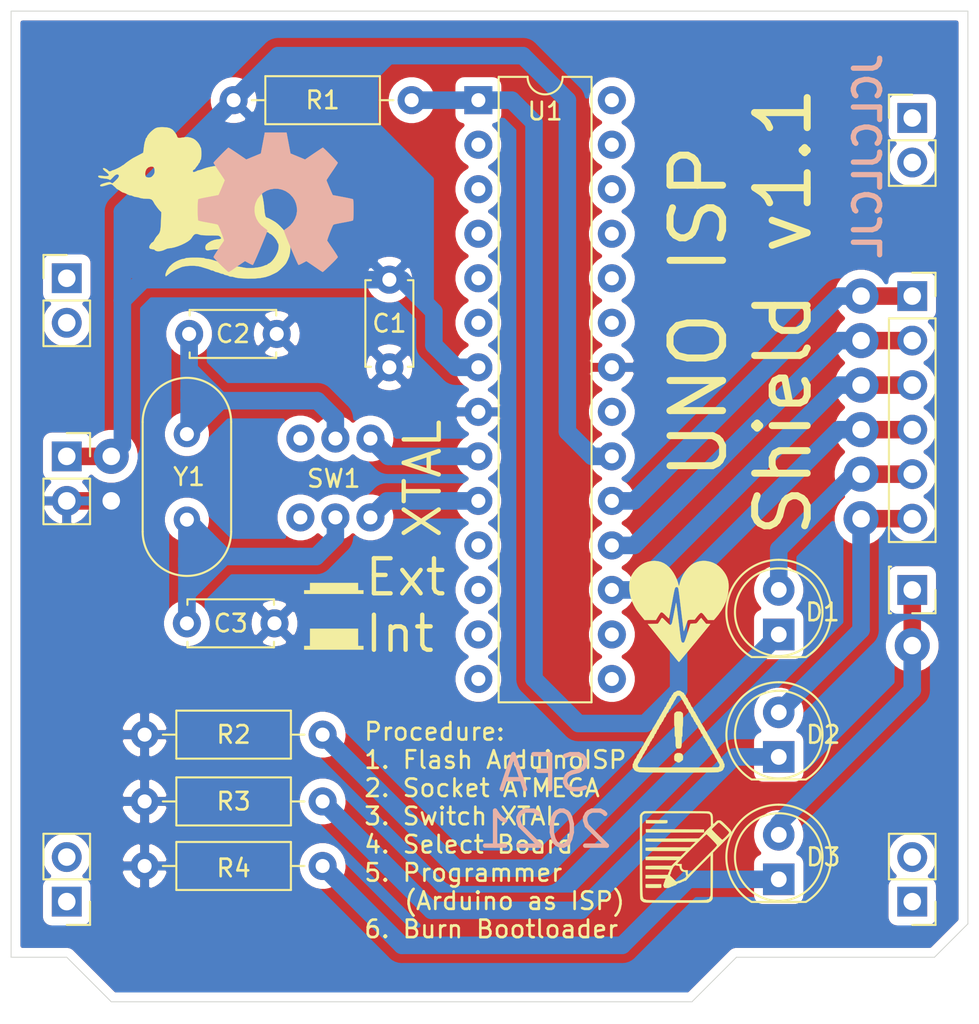
<source format=kicad_pcb>
(kicad_pcb (version 20171130) (host pcbnew 5.1.9)
  (layers (0 F.Cu signal) (31 B.Cu signal) (34 B.Paste user hide) (35 F.Paste user hide) (36 B.SilkS user) (37 F.SilkS user) (38 B.Mask user) (39 F.Mask user) (44 Edge.Cuts user))
  (net 0 "")
  (net 1 GND)
  (net 2 +5V)
  (net 3 "Net-(C3-Pad1)")
  (net 4 "Net-(D1-Pad1)")
  (net 5 "Net-(D2-Pad1)")
  (net 6 "Net-(D3-Pad1)")
  (net 7 "Net-(D3-Pad2)")
  (net 8 "Net-(SW1-Pad1)")
  (net 9 "Net-(SW1-Pad4)")
  (net 10 "Net-(U1-Pad15)")
  (net 11 "Net-(U1-Pad2)")
  (net 12 "Net-(U1-Pad16)")
  (net 13 "Net-(U1-Pad3)")
  (net 14 "Net-(U1-Pad4)")
  (net 15 "Net-(U1-Pad5)")
  (net 16 "Net-(U1-Pad6)")
  (net 17 "Net-(U1-Pad21)")
  (net 18 "Net-(U1-Pad23)")
  (net 19 "Net-(U1-Pad24)")
  (net 20 "Net-(U1-Pad11)")
  (net 21 "Net-(U1-Pad25)")
  (net 22 "Net-(U1-Pad12)")
  (net 23 "Net-(U1-Pad26)")
  (net 24 "Net-(U1-Pad13)")
  (net 25 "Net-(U1-Pad27)")
  (net 26 "Net-(U1-Pad14)")
  (net 27 "Net-(U1-Pad28)")
  (net 28 D9)
  (net 29 D8)
  (net 30 D13)
  (net 31 D12)
  (net 32 D11)
  (net 33 D10)
  (net 34 "Net-(SW1-Pad3)")
  (net 35 "Net-(SW1-Pad6)")
  (net 36 "Net-(C2-Pad1)")
  (module Symbol:OSHW-Symbol_8.9x8mm_SilkScreen (layer B.Cu) (at 28.448 42.672 180)
    (fp_text reference REF** hide)
    (fp_text value OSHW-Symbol_8.9x8mm_SilkScreen hide)
  )
  (module logos:Mouse (layer F.Cu) (at 23.876 41.783)
    (fp_text reference G*** hide)
    (fp_text value LOGO hide)
  )
  (module logos:ButtonIn (layer F.Cu) (at 31.75 64.008)
    (fp_text reference G*** hide)
    (fp_text value LOGO hide)
  )
  (module logos:ButtonOut (layer F.Cu) (at 31.75 67.183)
    (fp_text reference G*** hide)
    (fp_text value LOGO hide)
  )
  (module logos:Alert (layer F.Cu) (at 51.435 72.644)
    (fp_text reference G*** hide)
    (fp_text value LOGO hide)
  )
  (module logos:Write (layer F.Cu) (at 51.689 79.883)
    (fp_text reference G*** hide)
    (fp_text value LOGO hide)
  )
  (module logos:HeartBeat (layer F.Cu) (at 51.435 66.04)
    (fp_text reference G*** hide)
    (fp_text value LOGO hide)
  )
  (module Package_DIP:DIP-28_W7.62mm (layer F.Cu) (at 40.005 36.83)
    (fp_text reference U1 (at 3.81 0.635) (layer F.SilkS))
    (fp_text value ATmega328P-PU)
    (pad 1 thru_hole rect (at 0 0) (size 1.6 1.6) (drill 0.8) (layers *.Cu *.Mask) (net 33 D10))
    (pad 15 thru_hole oval (at 7.62 33.02) (size 1.6 1.6) (drill 0.8) (layers *.Cu *.Mask) (net 10 "Net-(U1-Pad15)"))
    (pad 2 thru_hole oval (at 0 2.54) (size 1.6 1.6) (drill 0.8) (layers *.Cu *.Mask) (net 11 "Net-(U1-Pad2)"))
    (pad 16 thru_hole oval (at 7.62 30.48) (size 1.6 1.6) (drill 0.8) (layers *.Cu *.Mask) (net 12 "Net-(U1-Pad16)"))
    (pad 3 thru_hole oval (at 0 5.08) (size 1.6 1.6) (drill 0.8) (layers *.Cu *.Mask) (net 13 "Net-(U1-Pad3)"))
    (pad 17 thru_hole oval (at 7.62 27.94) (size 1.6 1.6) (drill 0.8) (layers *.Cu *.Mask) (net 32 D11))
    (pad 4 thru_hole oval (at 0 7.62) (size 1.6 1.6) (drill 0.8) (layers *.Cu *.Mask) (net 14 "Net-(U1-Pad4)"))
    (pad 18 thru_hole oval (at 7.62 25.4) (size 1.6 1.6) (drill 0.8) (layers *.Cu *.Mask) (net 31 D12))
    (pad 5 thru_hole oval (at 0 10.16) (size 1.6 1.6) (drill 0.8) (layers *.Cu *.Mask) (net 15 "Net-(U1-Pad5)"))
    (pad 19 thru_hole oval (at 7.62 22.86) (size 1.6 1.6) (drill 0.8) (layers *.Cu *.Mask) (net 30 D13))
    (pad 6 thru_hole oval (at 0 12.7) (size 1.6 1.6) (drill 0.8) (layers *.Cu *.Mask) (net 16 "Net-(U1-Pad6)"))
    (pad 20 thru_hole oval (at 7.62 20.32) (size 1.6 1.6) (drill 0.8) (layers *.Cu *.Mask) (net 2 +5V))
    (pad 7 thru_hole oval (at 0 15.24) (size 1.6 1.6) (drill 0.8) (layers *.Cu *.Mask) (net 2 +5V))
    (pad 21 thru_hole oval (at 7.62 17.78) (size 1.6 1.6) (drill 0.8) (layers *.Cu *.Mask) (net 17 "Net-(U1-Pad21)"))
    (pad 8 thru_hole oval (at 0 17.78) (size 1.6 1.6) (drill 0.8) (layers *.Cu *.Mask) (net 1 GND))
    (pad 22 thru_hole oval (at 7.62 15.24) (size 1.6 1.6) (drill 0.8) (layers *.Cu *.Mask) (net 1 GND))
    (pad 9 thru_hole oval (at 0 20.32) (size 1.6 1.6) (drill 0.8) (layers *.Cu *.Mask) (net 34 "Net-(SW1-Pad3)"))
    (pad 23 thru_hole oval (at 7.62 12.7) (size 1.6 1.6) (drill 0.8) (layers *.Cu *.Mask) (net 18 "Net-(U1-Pad23)"))
    (pad 10 thru_hole oval (at 0 22.86) (size 1.6 1.6) (drill 0.8) (layers *.Cu *.Mask) (net 35 "Net-(SW1-Pad6)"))
    (pad 24 thru_hole oval (at 7.62 10.16) (size 1.6 1.6) (drill 0.8) (layers *.Cu *.Mask) (net 19 "Net-(U1-Pad24)"))
    (pad 11 thru_hole oval (at 0 25.4) (size 1.6 1.6) (drill 0.8) (layers *.Cu *.Mask) (net 20 "Net-(U1-Pad11)"))
    (pad 25 thru_hole oval (at 7.62 7.62) (size 1.6 1.6) (drill 0.8) (layers *.Cu *.Mask) (net 21 "Net-(U1-Pad25)"))
    (pad 12 thru_hole oval (at 0 27.94) (size 1.6 1.6) (drill 0.8) (layers *.Cu *.Mask) (net 22 "Net-(U1-Pad12)"))
    (pad 26 thru_hole oval (at 7.62 5.08) (size 1.6 1.6) (drill 0.8) (layers *.Cu *.Mask) (net 23 "Net-(U1-Pad26)"))
    (pad 13 thru_hole oval (at 0 30.48) (size 1.6 1.6) (drill 0.8) (layers *.Cu *.Mask) (net 24 "Net-(U1-Pad13)"))
    (pad 27 thru_hole oval (at 7.62 2.54) (size 1.6 1.6) (drill 0.8) (layers *.Cu *.Mask) (net 25 "Net-(U1-Pad27)"))
    (pad 14 thru_hole oval (at 0 33.02) (size 1.6 1.6) (drill 0.8) (layers *.Cu *.Mask) (net 26 "Net-(U1-Pad14)"))
    (pad 28 thru_hole oval (at 7.62 0) (size 1.6 1.6) (drill 0.8) (layers *.Cu *.Mask) (net 27 "Net-(U1-Pad28)"))
  )
  (module Connector_PinHeader_2.54mm:PinHeader_1x02_P2.54mm_Vertical (layer F.Cu) (at 16.51 82.55 180)
    (fp_text reference REF** hide)
    (fp_text value PinHeader_1x02_P2.54mm_Vertical)
    (pad 2 thru_hole oval (at 0 2.54 180) (size 1.7 1.7) (drill 1) (layers *.Cu *.Mask))
    (pad 1 thru_hole rect (at 0 0 180) (size 1.7 1.7) (drill 1) (layers *.Cu *.Mask))
  )
  (module Connector_PinHeader_2.54mm:PinHeader_1x02_P2.54mm_Vertical (layer F.Cu) (at 16.51 46.99)
    (fp_text reference REF** hide)
    (fp_text value PinHeader_1x02_P2.54mm_Vertical)
    (pad 2 thru_hole oval (at 0 2.54) (size 1.7 1.7) (drill 1) (layers *.Cu *.Mask))
    (pad 1 thru_hole rect (at 0 0) (size 1.7 1.7) (drill 1) (layers *.Cu *.Mask))
  )
  (module Connector_PinHeader_2.54mm:PinHeader_1x02_P2.54mm_Vertical (layer F.Cu) (at 64.77 37.846)
    (fp_text reference REF** hide)
    (fp_text value PinHeader_1x02_P2.54mm_Vertical)
    (pad 2 thru_hole oval (at 0 2.54) (size 1.7 1.7) (drill 1) (layers *.Cu *.Mask))
    (pad 1 thru_hole rect (at 0 0) (size 1.7 1.7) (drill 1) (layers *.Cu *.Mask))
  )
  (module Connector_PinHeader_2.54mm:PinHeader_1x02_P2.54mm_Vertical (layer F.Cu) (at 64.77 82.55 180)
    (fp_text reference REF** hide)
    (fp_text value PinHeader_1x02_P2.54mm_Vertical)
    (pad 2 thru_hole oval (at 0 2.54 180) (size 1.7 1.7) (drill 1) (layers *.Cu *.Mask))
    (pad 1 thru_hole rect (at 0 0 180) (size 1.7 1.7) (drill 1) (layers *.Cu *.Mask))
  )
  (module Capacitor_THT:C_Disc_D4.7mm_W2.5mm_P5.00mm (layer F.Cu) (at 34.925 52.07 90)
    (fp_text reference C1 (at 2.5 0 180) (layer F.SilkS))
    (fp_text value 104)
    (pad 1 thru_hole circle (at 0 0 90) (size 1.6 1.6) (drill 0.8) (layers *.Cu *.Mask) (net 1 GND))
    (pad 2 thru_hole circle (at 5 0 90) (size 1.6 1.6) (drill 0.8) (layers *.Cu *.Mask) (net 2 +5V))
  )
  (module Capacitor_THT:C_Disc_D4.7mm_W2.5mm_P5.00mm (layer F.Cu) (at 23.495 50.165)
    (fp_text reference C2 (at 2.5 0) (layer F.SilkS))
    (fp_text value 220)
    (pad 1 thru_hole circle (at 0 0) (size 1.6 1.6) (drill 0.8) (layers *.Cu *.Mask) (net 36 "Net-(C2-Pad1)"))
    (pad 2 thru_hole circle (at 5 0) (size 1.6 1.6) (drill 0.8) (layers *.Cu *.Mask) (net 1 GND))
  )
  (module Capacitor_THT:C_Disc_D4.7mm_W2.5mm_P5.00mm (layer F.Cu) (at 23.368 66.675)
    (fp_text reference C3 (at 2.5 0) (layer F.SilkS))
    (fp_text value 220)
    (pad 2 thru_hole circle (at 5 0) (size 1.6 1.6) (drill 0.8) (layers *.Cu *.Mask) (net 1 GND))
    (pad 1 thru_hole circle (at 0 0) (size 1.6 1.6) (drill 0.8) (layers *.Cu *.Mask) (net 3 "Net-(C3-Pad1)"))
  )
  (module LED_THT:LED_D5.0mm (layer F.Cu) (at 57.15 67.31 90)
    (fp_text reference D1 (at 1.27 2.5 180) (layer F.SilkS))
    (fp_text value HRT)
    (pad 1 thru_hole rect (at 0 0 90) (size 1.8 1.8) (drill 0.9) (layers *.Cu *.Mask) (net 4 "Net-(D1-Pad1)"))
    (pad 2 thru_hole circle (at 2.54 0 90) (size 1.8 1.8) (drill 0.9) (layers *.Cu *.Mask) (net 28 D9))
  )
  (module LED_THT:LED_D5.0mm (layer F.Cu) (at 57.15 74.295 90)
    (fp_text reference D2 (at 1.27 2.54 180) (layer F.SilkS))
    (fp_text value ERR)
    (pad 2 thru_hole circle (at 2.54 0 90) (size 1.8 1.8) (drill 0.9) (layers *.Cu *.Mask) (net 29 D8))
    (pad 1 thru_hole rect (at 0 0 90) (size 1.8 1.8) (drill 0.9) (layers *.Cu *.Mask) (net 5 "Net-(D2-Pad1)"))
  )
  (module LED_THT:LED_D5.0mm (layer F.Cu) (at 57.15 81.28 90)
    (fp_text reference D3 (at 1.27 2.54 180) (layer F.SilkS))
    (fp_text value PRG)
    (pad 1 thru_hole rect (at 0 0 90) (size 1.8 1.8) (drill 0.9) (layers *.Cu *.Mask) (net 6 "Net-(D3-Pad1)"))
    (pad 2 thru_hole circle (at 2.54 0 90) (size 1.8 1.8) (drill 0.9) (layers *.Cu *.Mask) (net 7 "Net-(D3-Pad2)"))
  )
  (module Connector_PinSocket_2.54mm:PinSocket_1x01_P2.54mm_Vertical (layer F.Cu) (at 64.77 64.77 270)
    (fp_text reference J7 hide)
    (fp_text value D7)
    (pad 1 thru_hole rect (at 0 0 270) (size 1.7 1.7) (drill 1) (layers *.Cu *.Mask) (net 7 "Net-(D3-Pad2)"))
  )
  (module Resistor_THT:R_Axial_DIN0207_L6.3mm_D2.5mm_P10.16mm_Horizontal (layer F.Cu) (at 26.035 36.83)
    (fp_text reference R1 (at 5.08 0) (layer F.SilkS))
    (fp_text value 103)
    (pad 1 thru_hole circle (at 0 0) (size 1.6 1.6) (drill 0.8) (layers *.Cu *.Mask) (net 2 +5V))
    (pad 2 thru_hole oval (at 10.16 0) (size 1.6 1.6) (drill 0.8) (layers *.Cu *.Mask) (net 33 D10))
  )
  (module Resistor_THT:R_Axial_DIN0207_L6.3mm_D2.5mm_P10.16mm_Horizontal (layer F.Cu) (at 31.115 73.025 180)
    (fp_text reference R2 (at 5.08 0) (layer F.SilkS))
    (fp_text value 331)
    (pad 2 thru_hole oval (at 10.16 0 180) (size 1.6 1.6) (drill 0.8) (layers *.Cu *.Mask) (net 1 GND))
    (pad 1 thru_hole circle (at 0 0 180) (size 1.6 1.6) (drill 0.8) (layers *.Cu *.Mask) (net 4 "Net-(D1-Pad1)"))
  )
  (module Resistor_THT:R_Axial_DIN0207_L6.3mm_D2.5mm_P10.16mm_Horizontal (layer F.Cu) (at 31.115 76.835 180)
    (fp_text reference R3 (at 5.08 0) (layer F.SilkS))
    (fp_text value 331)
    (pad 1 thru_hole circle (at 0 0 180) (size 1.6 1.6) (drill 0.8) (layers *.Cu *.Mask) (net 5 "Net-(D2-Pad1)"))
    (pad 2 thru_hole oval (at 10.16 0 180) (size 1.6 1.6) (drill 0.8) (layers *.Cu *.Mask) (net 1 GND))
  )
  (module Resistor_THT:R_Axial_DIN0207_L6.3mm_D2.5mm_P10.16mm_Horizontal (layer F.Cu) (at 31.115 80.518 180)
    (fp_text reference R4 (at 5.08 -0.127) (layer F.SilkS))
    (fp_text value 331)
    (pad 2 thru_hole oval (at 10.16 0 180) (size 1.6 1.6) (drill 0.8) (layers *.Cu *.Mask) (net 1 GND))
    (pad 1 thru_hole circle (at 0 0 180) (size 1.6 1.6) (drill 0.8) (layers *.Cu *.Mask) (net 6 "Net-(D3-Pad1)"))
  )
  (module ArduinoISPHat:SW_KFC6X6-A (layer F.Cu) (at 29.845 56.134 270)
    (fp_text reference SW1 (at 2.286 -1.905 180) (layer F.SilkS))
    (fp_text value SW_DPDT_x2)
    (pad 1 thru_hole circle (at 0 0 270) (size 1.6 1.6) (drill 0.8) (layers *.Cu *.Mask) (net 8 "Net-(SW1-Pad1)"))
    (pad 2 thru_hole circle (at 0 -2 270) (size 1.6 1.6) (drill 0.8) (layers *.Cu *.Mask) (net 36 "Net-(C2-Pad1)"))
    (pad 3 thru_hole circle (at 0 -4 270) (size 1.6 1.6) (drill 0.8) (layers *.Cu *.Mask) (net 34 "Net-(SW1-Pad3)"))
    (pad 4 thru_hole circle (at 4.5 0 270) (size 1.6 1.6) (drill 0.8) (layers *.Cu *.Mask) (net 9 "Net-(SW1-Pad4)"))
    (pad 5 thru_hole circle (at 4.5 -2 270) (size 1.6 1.6) (drill 0.8) (layers *.Cu *.Mask) (net 3 "Net-(C3-Pad1)"))
    (pad 6 thru_hole circle (at 4.5 -4 270) (size 1.6 1.6) (drill 0.8) (layers *.Cu *.Mask) (net 35 "Net-(SW1-Pad6)"))
  )
  (module Crystal:Crystal_HC49-U_Vertical (layer F.Cu) (at 23.368 55.88 270)
    (fp_text reference Y1 (at 2.44 -0.127 180) (layer F.SilkS))
    (fp_text value Crystal)
    (pad 1 thru_hole circle (at 0 0 270) (size 1.5 1.5) (drill 0.8) (layers *.Cu *.Mask) (net 36 "Net-(C2-Pad1)"))
    (pad 2 thru_hole circle (at 4.88 0 270) (size 1.5 1.5) (drill 0.8) (layers *.Cu *.Mask) (net 3 "Net-(C3-Pad1)"))
  )
  (module Connector_PinSocket_2.54mm:PinSocket_1x02_P2.54mm_Vertical (layer F.Cu) (at 16.51 57.15)
    (fp_text reference J1 hide)
    (fp_text value Conn_01x02)
    (pad 1 thru_hole rect (at 0 0) (size 1.7 1.7) (drill 1) (layers *.Cu *.Mask) (net 2 +5V))
    (pad 2 thru_hole oval (at 0 2.54) (size 1.7 1.7) (drill 1) (layers *.Cu *.Mask) (net 1 GND))
  )
  (module Connector_PinSocket_2.54mm:PinSocket_1x06_P2.54mm_Vertical (layer F.Cu) (at 64.77 48.006)
    (fp_text reference J2 hide)
    (fp_text value Conn_01x06)
    (pad 1 thru_hole rect (at 0 0) (size 1.7 1.7) (drill 1) (layers *.Cu *.Mask) (net 30 D13))
    (pad 2 thru_hole oval (at 0 2.54) (size 1.7 1.7) (drill 1) (layers *.Cu *.Mask) (net 31 D12))
    (pad 3 thru_hole oval (at 0 5.08) (size 1.7 1.7) (drill 1) (layers *.Cu *.Mask) (net 32 D11))
    (pad 4 thru_hole oval (at 0 7.62) (size 1.7 1.7) (drill 1) (layers *.Cu *.Mask) (net 33 D10))
    (pad 5 thru_hole oval (at 0 10.16) (size 1.7 1.7) (drill 1) (layers *.Cu *.Mask) (net 28 D9))
    (pad 6 thru_hole oval (at 0 12.7) (size 1.7 1.7) (drill 1) (layers *.Cu *.Mask) (net 29 D8))
  )
  (gr_text "SFA\n2021" (at 43.815 76.835) (layer B.SilkS) (effects (font (size 2 2) (thickness 0.25)) (justify mirror)))
  (gr_text "Procedure:\n1. Flash ArduinoISP\n2. Socket ATMEGA\n3. Switch XTAL\n4. Select Board\n5. Programmer\n   (Arduino as ISP)\n6. Burn Bootloader" (at 33.401 78.486) (layer F.SilkS) (effects (font (size 1 1)) (justify left)))
  (gr_text "UNO ISP\nShield v1.1" (at 54.991 48.895 90) (layer F.SilkS) (effects (font (size 3 3) (thickness 0.4))))
  (gr_text XTAL (at 36.83 58.42 90) (layer F.SilkS) (effects (font (size 2 2) (thickness 0.25))))
  (gr_text "Ext\nInt" (at 33.401 65.659) (layer F.SilkS) (effects (font (size 2 2) (thickness 0.25)) (justify left)))
  (gr_text JCLCJLCJL (at 62.23 40.005 90) (layer B.SilkS) (effects (font (size 1.5 1.5) (thickness 0.3)) (justify mirror)))
  (gr_line (start 67.945 31.75) (end 67.945 83.82) (layer Edge.Cuts) (width 0.05))
  (gr_line (start 16.51 85.725) (end 13.335 85.725) (layer Edge.Cuts) (width 0.05))
  (gr_line (start 66.04 85.725) (end 67.945 83.82) (layer Edge.Cuts) (width 0.05))
  (gr_line (start 54.737 85.725) (end 66.04 85.725) (layer Edge.Cuts) (width 0.05))
  (gr_line (start 13.335 31.75) (end 67.945 31.75) (layer Edge.Cuts) (width 0.05))
  (gr_line (start 13.335 85.725) (end 13.335 31.75) (layer Edge.Cuts) (width 0.05))
  (gr_line (start 19.05 88.265) (end 16.51 85.725) (layer Edge.Cuts) (width 0.05))
  (gr_line (start 52.197 88.265) (end 19.05 88.265) (layer Edge.Cuts) (width 0.05))
  (gr_line (start 54.737 85.725) (end 52.197 88.265) (layer Edge.Cuts) (width 0.05))
  (segment (start 16.51 59.69) (end 19.05 59.69) (width 1) (layer F.Cu) (net 1))
  (segment (start 19.05 59.69) (end 19.05 59.69) (width 1) (layer F.Cu) (net 1))
  (segment (start 19.05 59.69) (end 19.05 59.69) (width 1) (layer F.Cu) (net 1))
  (via (at 19.05 59.69) (size 2) (drill 1) (layers F.Cu B.Cu) (net 1))
  (segment (start 28.575 34.29) (end 26.035 36.83) (width 1) (layer B.Cu) (net 2))
  (segment (start 45.085 36.83) (end 42.545 34.29) (width 1) (layer B.Cu) (net 2))
  (segment (start 45.085 55.74137) (end 45.085 36.83) (width 1) (layer B.Cu) (net 2))
  (segment (start 46.49363 57.15) (end 45.085 55.74137) (width 1) (layer B.Cu) (net 2))
  (segment (start 42.545 34.29) (end 28.575 34.29) (width 1) (layer B.Cu) (net 2))
  (segment (start 47.625 57.15) (end 46.49363 57.15) (width 1) (layer B.Cu) (net 2))
  (segment (start 20.32 42.545) (end 26.035 36.83) (width 1) (layer B.Cu) (net 2))
  (segment (start 19.685 43.18) (end 20.32 42.545) (width 1) (layer B.Cu) (net 2))
  (segment (start 34.925 47.07) (end 20.875 47.07) (width 1) (layer B.Cu) (net 2))
  (segment (start 19.685 48.26) (end 19.685 43.18) (width 1) (layer B.Cu) (net 2))
  (segment (start 20.875 47.07) (end 19.685 48.26) (width 1) (layer B.Cu) (net 2))
  (segment (start 40.005 52.07) (end 38.735 52.07) (width 1) (layer B.Cu) (net 2))
  (segment (start 34.925 47.07) (end 35.64 47.07) (width 1) (layer B.Cu) (net 2))
  (segment (start 37.465 48.895) (end 37.465 50.8) (width 1) (layer B.Cu) (net 2))
  (segment (start 35.64 47.07) (end 37.465 48.895) (width 1) (layer B.Cu) (net 2))
  (segment (start 38.735 52.07) (end 37.465 50.8) (width 1) (layer B.Cu) (net 2))
  (segment (start 16.51 57.15) (end 19.05 57.15) (width 1) (layer F.Cu) (net 2))
  (segment (start 19.05 57.15) (end 19.05 57.15) (width 1) (layer F.Cu) (net 2))
  (segment (start 19.685 56.515) (end 19.05 57.15) (width 1) (layer B.Cu) (net 2))
  (segment (start 19.685 48.26) (end 19.685 56.515) (width 1) (layer B.Cu) (net 2))
  (segment (start 19.05 57.15) (end 19.05 57.15) (width 1) (layer B.Cu) (net 2))
  (via (at 19.05 57.15) (size 2) (drill 1) (layers F.Cu B.Cu) (net 2))
  (segment (start 29.845 62.865) (end 25.473 62.865) (width 1) (layer B.Cu) (net 3))
  (segment (start 31.845 61.76537) (end 30.74537 62.865) (width 1) (layer B.Cu) (net 3))
  (segment (start 30.74537 62.865) (end 29.845 62.865) (width 1) (layer B.Cu) (net 3))
  (segment (start 31.845 60.634) (end 31.845 61.76537) (width 1) (layer B.Cu) (net 3))
  (segment (start 23.368 64.97) (end 25.473 62.865) (width 1) (layer B.Cu) (net 3))
  (segment (start 23.368 66.675) (end 23.368 64.97) (width 1) (layer B.Cu) (net 3))
  (segment (start 23.622 64.008) (end 25.119 62.511) (width 1) (layer B.Cu) (net 3))
  (segment (start 23.368 64.008) (end 23.622 64.008) (width 1) (layer B.Cu) (net 3))
  (segment (start 25.473 62.865) (end 25.119 62.511) (width 1) (layer B.Cu) (net 3))
  (segment (start 23.368 66.675) (end 23.368 64.008) (width 1) (layer B.Cu) (net 3))
  (segment (start 23.368 62.992) (end 24.484 61.876) (width 1) (layer B.Cu) (net 3))
  (segment (start 23.368 63.373) (end 23.368 62.992) (width 1) (layer B.Cu) (net 3))
  (segment (start 24.484 61.876) (end 23.368 60.76) (width 1) (layer B.Cu) (net 3))
  (segment (start 25.119 62.511) (end 24.484 61.876) (width 1) (layer B.Cu) (net 3))
  (segment (start 23.368 64.008) (end 23.368 63.373) (width 1) (layer B.Cu) (net 3))
  (segment (start 23.368 63.373) (end 23.368 60.76) (width 1) (layer B.Cu) (net 3))
  (segment (start 38.735 80.645) (end 31.115 73.025) (width 1) (layer B.Cu) (net 4))
  (segment (start 43.815 80.645) (end 38.735 80.645) (width 1) (layer B.Cu) (net 4))
  (segment (start 57.15 67.31) (end 43.815 80.645) (width 1) (layer B.Cu) (net 4))
  (segment (start 37.325001 83.045001) (end 45.859999 83.045001) (width 1) (layer B.Cu) (net 5))
  (segment (start 31.115 76.835) (end 37.325001 83.045001) (width 1) (layer B.Cu) (net 5))
  (segment (start 54.61 74.295) (end 47.3075 81.5975) (width 1) (layer B.Cu) (net 5))
  (segment (start 47.3075 81.5975) (end 48.26 80.645) (width 1) (layer B.Cu) (net 5))
  (segment (start 57.15 74.295) (end 54.61 74.295) (width 1) (layer B.Cu) (net 5))
  (segment (start 45.859999 83.045001) (end 47.3075 81.5975) (width 1) (layer B.Cu) (net 5))
  (segment (start 31.115 80.518) (end 35.642011 85.045011) (width 1) (layer B.Cu) (net 6))
  (segment (start 51.980022 81.28) (end 48.215011 85.045011) (width 1) (layer B.Cu) (net 6))
  (segment (start 57.15 81.28) (end 51.980022 81.28) (width 1) (layer B.Cu) (net 6))
  (segment (start 35.642011 85.045011) (end 48.215011 85.045011) (width 1) (layer B.Cu) (net 6))
  (segment (start 64.77 70.485) (end 57.15 78.105) (width 1) (layer B.Cu) (net 7))
  (segment (start 64.77 67.945) (end 64.77 67.945) (width 1) (layer B.Cu) (net 7))
  (segment (start 64.77 64.77) (end 64.77 67.945) (width 1) (layer F.Cu) (net 7))
  (segment (start 64.77 67.945) (end 64.77 70.485) (width 1) (layer B.Cu) (net 7))
  (via (at 64.77 67.945) (size 2) (drill 1) (layers F.Cu B.Cu) (net 7))
  (segment (start 64.77 58.166) (end 61.849 58.166) (width 1) (layer F.Cu) (net 28))
  (segment (start 61.849 58.166) (end 61.849 58.166) (width 1) (layer F.Cu) (net 28))
  (segment (start 61.849 58.166) (end 61.849 58.166) (width 1) (layer B.Cu) (net 28))
  (via (at 61.849 58.166) (size 2) (drill 1) (layers F.Cu B.Cu) (net 28))
  (segment (start 61.428998 58.166) (end 61.849 58.166) (width 1) (layer B.Cu) (net 28))
  (segment (start 57.15 62.444998) (end 61.428998 58.166) (width 1) (layer B.Cu) (net 28))
  (segment (start 57.15 64.77) (end 57.15 62.444998) (width 1) (layer B.Cu) (net 28))
  (segment (start 64.77 60.706) (end 61.849 60.706) (width 1) (layer F.Cu) (net 29))
  (segment (start 61.849 60.706) (end 61.849 60.706) (width 1) (layer F.Cu) (net 29))
  (segment (start 61.849 60.706) (end 61.849 60.706) (width 1) (layer B.Cu) (net 29))
  (via (at 61.849 60.706) (size 2) (drill 1) (layers F.Cu B.Cu) (net 29))
  (segment (start 61.849 67.056) (end 61.849 60.706) (width 1) (layer B.Cu) (net 29))
  (segment (start 57.15 71.755) (end 61.849 67.056) (width 1) (layer B.Cu) (net 29))
  (segment (start 64.77 48.006) (end 61.849 48.006) (width 1) (layer F.Cu) (net 30))
  (segment (start 61.849 48.006) (end 61.849 48.006) (width 1) (layer F.Cu) (net 30))
  (segment (start 47.625 59.69) (end 48.895 59.69) (width 1) (layer B.Cu) (net 30))
  (segment (start 60.579 48.006) (end 61.849 48.006) (width 1) (layer B.Cu) (net 30))
  (segment (start 48.895 59.69) (end 60.579 48.006) (width 1) (layer B.Cu) (net 30))
  (segment (start 61.849 48.006) (end 61.849 48.006) (width 1) (layer B.Cu) (net 30))
  (via (at 61.849 48.006) (size 2) (drill 1) (layers F.Cu B.Cu) (net 30))
  (segment (start 64.77 50.546) (end 61.849 50.546) (width 1) (layer F.Cu) (net 31))
  (segment (start 61.849 50.546) (end 61.849 50.546) (width 1) (layer F.Cu) (net 31))
  (segment (start 60.579 50.546) (end 61.849 50.546) (width 1) (layer B.Cu) (net 31))
  (segment (start 48.895 62.23) (end 60.579 50.546) (width 1) (layer B.Cu) (net 31))
  (segment (start 47.625 62.23) (end 48.895 62.23) (width 1) (layer B.Cu) (net 31))
  (segment (start 61.849 50.546) (end 61.849 50.546) (width 1) (layer B.Cu) (net 31))
  (via (at 61.849 50.546) (size 2) (drill 1) (layers F.Cu B.Cu) (net 31))
  (segment (start 64.77 53.086) (end 61.849 53.086) (width 1) (layer F.Cu) (net 32))
  (segment (start 61.849 53.086) (end 61.849 53.086) (width 1) (layer F.Cu) (net 32))
  (segment (start 60.579 53.086) (end 61.849 53.086) (width 1) (layer B.Cu) (net 32))
  (segment (start 48.895 64.77) (end 60.579 53.086) (width 1) (layer B.Cu) (net 32))
  (segment (start 47.625 64.77) (end 48.895 64.77) (width 1) (layer B.Cu) (net 32))
  (segment (start 61.849 53.086) (end 61.849 53.086) (width 1) (layer B.Cu) (net 32))
  (via (at 61.849 53.086) (size 2) (drill 1) (layers F.Cu B.Cu) (net 32))
  (segment (start 36.195 36.83) (end 40.005 36.83) (width 1) (layer B.Cu) (net 33))
  (segment (start 64.77 55.626) (end 61.849 55.626) (width 1) (layer F.Cu) (net 33))
  (segment (start 61.849 55.626) (end 61.849 55.626) (width 1) (layer F.Cu) (net 33))
  (segment (start 61.849 55.626) (end 61.849 55.626) (width 1) (layer B.Cu) (net 33))
  (via (at 61.849 55.626) (size 2) (drill 1) (layers F.Cu B.Cu) (net 33))
  (segment (start 43.18 38.1) (end 41.91 36.83) (width 1) (layer B.Cu) (net 33))
  (segment (start 43.18 69.85) (end 43.18 38.1) (width 1) (layer B.Cu) (net 33))
  (segment (start 51.435 64.77) (end 51.435 70.485) (width 1) (layer B.Cu) (net 33))
  (segment (start 41.91 36.83) (end 40.005 36.83) (width 1) (layer B.Cu) (net 33))
  (segment (start 60.579 55.626) (end 51.435 64.77) (width 1) (layer B.Cu) (net 33))
  (segment (start 61.849 55.626) (end 60.579 55.626) (width 1) (layer B.Cu) (net 33))
  (segment (start 49.53 72.39) (end 45.72 72.39) (width 1) (layer B.Cu) (net 33))
  (segment (start 45.72 72.39) (end 43.18 69.85) (width 1) (layer B.Cu) (net 33))
  (segment (start 51.435 70.485) (end 49.53 72.39) (width 1) (layer B.Cu) (net 33))
  (segment (start 34.861 57.15) (end 33.845 56.134) (width 1) (layer B.Cu) (net 34))
  (segment (start 40.005 57.15) (end 34.861 57.15) (width 1) (layer B.Cu) (net 34))
  (segment (start 34.789 59.69) (end 33.845 60.634) (width 1) (layer B.Cu) (net 35))
  (segment (start 40.005 59.69) (end 34.789 59.69) (width 1) (layer B.Cu) (net 35))
  (segment (start 23.495 55.753) (end 23.368 55.88) (width 1) (layer B.Cu) (net 36))
  (segment (start 25.273 53.975) (end 24.7015 54.5465) (width 1) (layer B.Cu) (net 36))
  (segment (start 30.81737 53.975) (end 28.575 53.975) (width 1) (layer B.Cu) (net 36))
  (segment (start 31.845 55.00263) (end 30.81737 53.975) (width 1) (layer B.Cu) (net 36))
  (segment (start 31.845 56.134) (end 31.845 55.00263) (width 1) (layer B.Cu) (net 36))
  (segment (start 28.575 53.975) (end 25.273 53.975) (width 1) (layer B.Cu) (net 36))
  (segment (start 23.495 52.197) (end 25.273 53.975) (width 1) (layer B.Cu) (net 36))
  (segment (start 23.495 50.165) (end 23.495 52.197) (width 1) (layer B.Cu) (net 36))
  (segment (start 23.495 53.34) (end 24.13 53.975) (width 1) (layer B.Cu) (net 36))
  (segment (start 23.495 50.165) (end 23.495 53.34) (width 1) (layer B.Cu) (net 36))
  (segment (start 23.495 53.975) (end 24.384 54.864) (width 1) (layer B.Cu) (net 36))
  (segment (start 24.384 54.864) (end 24.7015 54.5465) (width 1) (layer B.Cu) (net 36))
  (segment (start 23.368 55.88) (end 24.384 54.864) (width 1) (layer B.Cu) (net 36))
  (segment (start 23.495 53.34) (end 23.495 53.975) (width 1) (layer B.Cu) (net 36))
  (segment (start 23.495 53.975) (end 23.495 55.753) (width 1) (layer B.Cu) (net 36))
  (zone (net 1) (net_name GND) (layer F.Cu) (connect_pads (clearance 0.508)) (min_thickness 0.254) (fill yes (arc_segments 32) (thermal_gap 0.508) (thermal_bridge_width 0.508))
    (polygon (pts (xy 68.58 89.535) (xy 12.7 89.535) (xy 12.7 31.115) (xy 68.58 31.115)))
  )
  (zone (net 2) (net_name +5V) (layer B.Cu) (priority 1) (connect_pads (clearance 0.508)) (min_thickness 0.254) (fill yes (arc_segments 32) (thermal_gap 0.508) (thermal_bridge_width 0.508))
    (polygon (pts (xy 34.29 35.56) (xy 34.29 38.1) (xy 37.465 41.275) (xy 37.465 49.53) (xy 34.925 46.99) (xy 19.685 46.99) (xy 19.685 43.18) (xy 28.575 34.29) (xy 35.56 34.29)))
  )
  (zone (net 1) (net_name GND) (layer B.Cu) (connect_pads (clearance 0.508)) (min_thickness 0.254) (fill yes (arc_segments 32) (thermal_gap 0.508) (thermal_bridge_width 0.508))
    (polygon (pts (xy 68.58 89.535) (xy 12.7 89.535) (xy 12.7 31.115) (xy 68.58 31.115)))
  )
)
</source>
